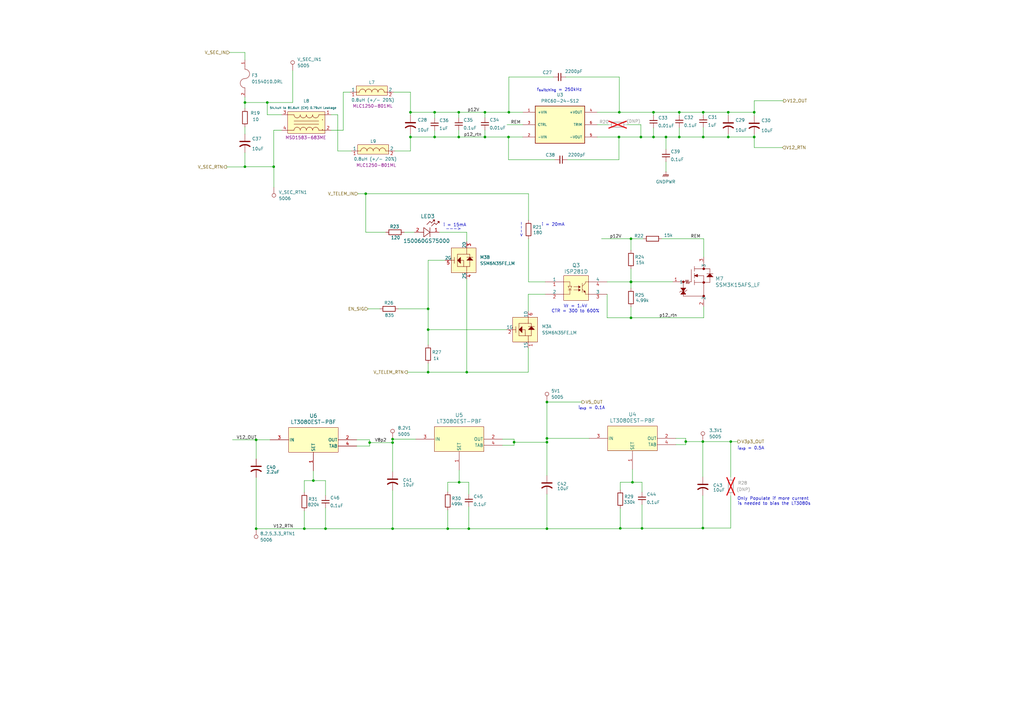
<source format=kicad_sch>
(kicad_sch (version 20250114) (generator "eeschema") (generator_version "9.0")
  (paper "A3")
  (lib_symbols
    (symbol "Analog_Devices:LT3080EST-PBF" (pin_names (offset 0.254))
      (property "Reference" "U" (at 10.16 16.51 0))
      (property "Value" "LT3080EST-PBF" (at 10.16 13.97 0))
      (symbol "LT3080EST-PBF_0_1"
        (pin power_in line (at -7.62 5.08 0) (length 7.62) (name "IN") (number "3"))
        (pin input line (at 10.16 -7.62 90) (length 7.62) (name "SET") (number "1"))
        (pin output line (at 27.94 5.08 180) (length 7.62) (name "OUT") (number "2"))
      )
      (symbol "LT3080EST-PBF_1_1"
        (pin output line (at 27.94 2.54 180) (length 7.62) (name "TAB") (number "4"))
      )
    )
    (symbol "CUI:PRC60-24-S12" (pin_names (offset 1.016))
      (property "Reference" "U" (at -10.16 8.382 0))
      (property "Value" "PRC60-24-S12" (at -10.16 -10.16 0))
      (symbol "PRC60-24-S12_0_0"
        (pin input line (at -15.24 5.08 0) (length 5.08) (name "+VIN") (number "1"))
        (pin input line (at -15.24 0 0) (length 5.08) (name "CTRL") (number "3"))
        (pin input line (at -15.24 -5.08 0) (length 5.08) (name "-VIN") (number "2"))
        (pin output line (at 15.24 5.08 180) (length 5.08) (name "+VOUT") (number "4"))
        (pin passive line (at 15.24 0 180) (length 5.08) (name "TRIM") (number "6"))
        (pin output line (at 15.24 -5.08 180) (length 5.08) (name "-VOUT") (number "5"))
      )
    )
    (symbol "CoilCraft:MLC7542" (pin_names (offset 0))
      (property "Reference" "L" (at 5.334 3.81 0))
      (symbol "MLC7542_1_1"
        (pin bidirectional line (at -2.54 0 0) (length 2.54) (name "1") (number "1"))
        (pin bidirectional line (at 15.24 0 180) (length 2.54) (name "2") (number "2"))
      )
    )
    (symbol "CoilCraft:MSD1583-105"
      (property "Reference" "L" (at -3.81 -2.54 0))
      (property "Value" "900uH to 1mH (CM) 2uH Leakage" (at 20.32 8.89 0))
      (symbol "MSD1583-105_1_1"
        (text "." (at 16.764 6.096 0) (effects (font (size 1.27 1.27))))
        (text "." (at 16.764 2.032 0) (effects (font (size 1.27 1.27))))
        (pin input line (at 0 7.62 0) (length 2.54) (name "") (number "3"))
        (pin input line (at 0 1.27 0) (length 2.54) (name "") (number "4"))
        (pin input line (at 20.32 7.62 180) (length 2.54) (name "") (number "1"))
        (pin input line (at 20.32 1.27 180) (length 2.54) (name "") (number "2"))
      )
    )
    (symbol "ISOCOM:ISP281D" (pin_names (offset 0))
      (property "Reference" "Q" (at 8.89 7.366 0))
      (property "Value" "ISP281D" (at 12.446 4.572 0))
      (symbol "ISP281D_0_1"
        (pin unspecified line (at 0 0 0) (length 7.62) (name "1") (number "1"))
        (pin unspecified line (at 0 -5.08 0) (length 7.62) (name "2") (number "2"))
        (pin unspecified line (at 25.4 0 180) (length 7.62) (name "4") (number "4"))
        (pin unspecified line (at 25.4 -5.08 180) (length 7.62) (name "3") (number "3"))
      )
    )
    (symbol "Little_Fuse:0154010.DRL" (pin_names (offset 1.016))
      (property "Reference" "F" (at -2.54 5.08 0))
      (property "Value" "0154010.DRL" (at -2.54 -5.08 0))
      (symbol "0154010.DRL_0_0"
        (pin passive line (at -7.62 0 0) (length 2.54) (name "~") (number "1"))
        (pin passive line (at 7.62 0 180) (length 2.54) (name "~") (number "2"))
      )
    )
    (symbol "Passive_Parts:C" (pin_numbers (hide yes)) (pin_names (offset 0) (hide yes))
      (property "Reference" "C" (at 2.54 5.08 0))
      (symbol "C_1_1"
        (pin passive line (at 0 2.54 0) (length 2.032) (name "~") (number "1"))
        (pin passive line (at 5.08 2.54 180) (length 2.032) (name "~") (number "2"))
      )
    )
    (symbol "Passive_Parts:C_Tantalum" (pin_numbers (hide yes)) (pin_names (offset 0) (hide yes))
      (property "Reference" "C" (at 0 0 0))
      (symbol "C_Tantalum_1_1"
        (pin passive line (at 1.27 2.54 0) (length 2.794) (name "~") (number "1"))
        (pin passive line (at 8.89 2.54 180) (length 3.302) (name "~") (number "2"))
      )
    )
    (symbol "Passive_Parts:R" (pin_numbers (hide yes)) (pin_names (offset 0) (hide yes))
      (property "Reference" "R" (at 2.54 5.08 0))
      (symbol "R_1_1"
        (pin passive line (at -1.27 2.54 0) (length 1.27) (name "~") (number "1"))
        (pin passive line (at 6.35 2.54 180) (length 1.27) (name "~") (number "2"))
      )
    )
    (symbol "Passive_Parts:TP" (pin_numbers (hide yes)) (pin_names (hide yes))
      (property "Reference" "TP" (at 2.286 3.302 0))
      (symbol "TP_1_1"
        (pin passive line (at 0 0 90) (length 2.54) (name "1") (number "1"))
      )
    )
    (symbol "Toshiba_Semi:SSM3K15AFS_LF" (pin_names (offset 0.254))
      (property "Reference" "MOSFET" (at 0 0 0))
      (property "Value" "SSM3K15AFS_LF" (at 0 0 0))
      (symbol "SSM3K15AFS_LF_0_1"
        (pin unspecified line (at -2.54 -7.62 0) (length 2.54) (name "1") (number "1"))
        (pin unspecified line (at 10.16 2.54 270) (length 2.54) (name "3") (number "3"))
        (pin unspecified line (at 10.16 -17.78 90) (length 2.54) (name "2") (number "2"))
      )
    )
    (symbol "Toshiba_Semi:SSM6N35FE_LM_" (pin_names (offset 0))
      (property "Reference" "M" (at 1.27 11.938 0))
      (property "Value" "SSM6N35FE,LM" (at 0 0 0))
      (symbol "SSM6N35FE_LM__1_1"
        (pin input line (at -2.54 5.08 0) (length 2.54) (name "1G") (number "2"))
        (pin bidirectional line (at 6.35 12.7 270) (length 2.54) (name "1D") (number "6"))
        (pin bidirectional line (at 6.35 -2.54 90) (length 2.54) (name "1S") (number "1"))
      )
      (symbol "SSM6N35FE_LM__2_1"
        (pin bidirectional line (at -2.54 5.08 0) (length 2.54) (name "2G") (number "5"))
        (pin bidirectional line (at 6.35 12.7 270) (length 2.54) (name "2D") (number "3"))
        (pin bidirectional line (at 6.35 -2.54 90) (length 2.54) (name "2S") (number "4"))
      )
    )
    (symbol "Wurth_Elektronik:150060AS75000" (pin_names (offset 0.254))
      (property "Reference" "LED" (at 5.08 -4.445 0))
      (property "Value" "150060AS75000" (at 5.08 -7.62 0))
      (symbol "150060AS75000_0_1"
        (pin unspecified line (at 0 0 0) (length 2.54) (name "") (number "2"))
        (pin unspecified line (at 10.16 0 180) (length 2.54) (name "") (number "1"))
      )
    )
    (symbol "power:GNDPWR" (power) (pin_numbers (hide yes)) (pin_names (offset 0) (hide yes))
      (property "Value" "GNDPWR" (at 0 -3.302 0))
      (symbol "GNDPWR_1_1"
        (pin power_in line (at 0 0 270) (length 0) (name "~") (number "1"))
      )
    )
  )
  (text "i = 20mA" (at 226.8623 92.2116 0) (effects (font (size 1.27 1.27))))
  (text "<---" (at 213.7656 94.2147 90) (effects (font (size 1.27 1.27))))
  (text "V_{F} = 1.4V\nCTR = 300 to 600%" (at 236.03 126.6484 0) (effects (font (size 1.27 1.27))))
  (text "Only Populate if more current \nis needed to bias the LT3080s" (at 317.5269 205.6038 0) (effects (font (size 1.27 1.27))))
  (text "i = 15mA" (at 186.5192 92.3914 0) (effects (font (size 1.27 1.27))))
  (text "f_{switching} = 250kHz" (at 229.4425 36.9053 0) (effects (font (size 1.27 1.27))))
  (text "i_{exp} = 0.1A" (at 242.6571 167.3873 0) (effects (font (size 1.27 1.27))))
  (text "i_{exp} = 0.5A" (at 307.9804 183.8995 0) (effects (font (size 1.27 1.27))))
  (text "--->" (at 185.9542 93.9322 0) (effects (font (size 1.27 1.27))))
  (junction (at 198.8986 46.0391))
  (junction (at 100.4615 42.0452))
  (junction (at 288.2765 181.1089))
  (junction (at 288.4187 56.1991))
  (junction (at 133.5071 216.8321))
  (junction (at 188.1644 46.0391))
  (junction (at 124.8273 216.8321))
  (junction (at 100.4615 68.3744))
  (junction (at 178.252 56.1991))
  (junction (at 262.8649 56.1991))
  (junction (at 258.7913 115.5943))
  (junction (at 299.7284 181.1089))
  (junction (at 105.0514 216.8321))
  (junction (at 210.8454 181.36))
  (junction (at 263.319 216.7037))
  (junction (at 168.3527 56.1991))
  (junction (at 258.7913 115.6206))
  (junction (at 191.4402 152.6386))
  (junction (at 288.4187 46.0391))
  (junction (at 281.2682 181.1089))
  (junction (at 161.0155 181.5227))
  (junction (at 224.325 216.8321))
  (junction (at 175.5896 135.1898))
  (junction (at 208.5648 56.1991))
  (junction (at 258.7913 130.3566))
  (junction (at 254.0182 46.0391))
  (junction (at 298.7007 46.0391))
  (junction (at 192.2907 216.8321))
  (junction (at 253.8641 56.1991))
  (junction (at 278.609 56.1991))
  (junction (at 309.3322 56.1991))
  (junction (at 224.325 179.8132))
  (junction (at 268.0289 56.1991))
  (junction (at 161.0155 216.8321))
  (junction (at 105.0514 180.406))
  (junction (at 198.8986 56.1991))
  (junction (at 151.5933 181.5227))
  (junction (at 208.7189 46.0391))
  (junction (at 183.6343 216.8321))
  (junction (at 268.0289 46.0391))
  (junction (at 168.3527 46.0391))
  (junction (at 309.3322 46.0391))
  (junction (at 278.609 46.0391))
  (junction (at 128.5269 197.1099))
  (junction (at 178.252 46.0391))
  (junction (at 188.1644 56.1991))
  (junction (at 175.5896 152.6386))
  (junction (at 161.0155 180.1086))
  (junction (at 175.5896 126.6816))
  (junction (at 273.1502 56.1991))
  (junction (at 259.4064 197.8033))
  (junction (at 109.622 42.0452))
  (junction (at 254.4058 216.7037))
  (junction (at 150.0024 79.4392))
  (junction (at 224.325 164.8921))
  (junction (at 298.7007 56.1991))
  (junction (at 188.3117 197.8033))
  (junction (at 112.2486 68.3744))
  (junction (at 288.2765 216.582))
  (junction (at 224.325 181.36))
  (junction (at 258.7913 97.9186))
  (wire (pts (xy 254.4058 200.8989) (xy 254.4058 197.8033)))
  (wire (pts (xy 198.8986 56.1991) (xy 208.5648 56.1991)))
  (wire (pts (xy 273.1502 61.2643) (xy 273.1502 56.1991)))
  (wire (pts (xy 281.2682 181.1089) (xy 288.2765 181.1089)))
  (wire (pts (xy 208.7189 46.0391) (xy 198.8986 46.0391)))
  (wire (pts (xy 175.5896 149.0551) (xy 175.5896 152.6386)))
  (wire (pts (xy 278.609 52.3731) (xy 278.609 56.1991)))
  (wire (pts (xy 288.2765 216.7037) (xy 263.319 216.7037)))
  (wire (pts (xy 262.8649 56.1991) (xy 253.8641 56.1991)))
  (wire (pts (xy 100.4615 42.0452) (xy 100.4615 39.8368)))
  (wire (pts (xy 244.9179 46.0391) (xy 254.0182 46.0391)))
  (wire (pts (xy 227.5982 65.4847) (xy 208.5648 65.4847)))
  (wire (pts (xy 278.609 46.0391) (xy 288.4187 46.0391)))
  (wire (pts (xy 309.3322 56.1991) (xy 309.3322 55.1371)))
  (wire (pts (xy 138.5448 61.9278) (xy 144.1669 61.9278)))
  (wire (pts (xy 258.7913 115.5943) (xy 258.7913 115.6206)))
  (wire (pts (xy 100.4615 68.3744) (xy 100.4615 68.4685)))
  (wire (pts (xy 232.0619 31.5895) (xy 254.0182 31.5895)))
  (wire (pts (xy 298.7007 56.1991) (xy 309.3322 56.1991)))
  (wire (pts (xy 288.2765 181.1089) (xy 288.2765 195.6298)))
  (wire (pts (xy 254.4058 216.7037) (xy 254.4058 208.5189)))
  (wire (pts (xy 249.0003 120.7006) (xy 249.0003 130.3566)))
  (wire (pts (xy 191.4402 114.3981) (xy 191.4402 152.6386)))
  (wire (pts (xy 100.4615 44.4404) (xy 100.4615 42.0452)))
  (wire (pts (xy 105.0514 216.8321) (xy 124.8273 216.8321)))
  (wire (pts (xy 198.8986 53.349) (xy 198.8986 56.1991)))
  (wire (pts (xy 175.5896 135.1898) (xy 175.5896 126.6816)))
  (wire (pts (xy 124.8273 209.5437) (xy 124.8273 216.8321)))
  (wire (pts (xy 135.8258 47.0918) (xy 138.5448 47.0918)))
  (wire (pts (xy 206.0917 180.1086) (xy 210.8454 180.1086)))
  (wire (pts (xy 224.325 216.8321) (xy 224.325 202.6534)))
  (wire (pts (xy 170.5317 180.1086) (xy 161.0155 180.1086)))
  (wire (pts (xy 161.0155 181.5227) (xy 161.0155 193.4926)))
  (wire (pts (xy 100.4615 54.9764) (xy 100.4615 52.0604)))
  (wire (pts (xy 254.0182 46.0391) (xy 268.0289 46.0391)))
  (wire (pts (xy 192.2907 202.7384) (xy 192.2907 197.8033)))
  (wire (pts (xy 183.6343 216.8321) (xy 183.6343 209.2751)))
  (wire (pts (xy 161.9469 61.9278) (xy 168.3527 61.9278)))
  (wire (pts (xy 120.036 28.9336) (xy 120.036 42.0452)))
  (wire (pts (xy 263.319 197.8033) (xy 259.4064 197.8033)))
  (wire (pts (xy 263.319 201.8653) (xy 263.319 197.8033)))
  (wire (pts (xy 288.4187 46.0391) (xy 288.4187 47.139)))
  (wire (pts (xy 258.7913 115.5943) (xy 275.9387 115.5943)))
  (wire (pts (xy 254.4058 216.8321) (xy 254.4058 216.7037)))
  (wire (pts (xy 216.6687 120.7006) (xy 216.6687 127.5698)))
  (wire (pts (xy 263.319 206.9453) (xy 263.319 216.7037)))
  (wire (pts (xy 180.1499 95.259) (xy 191.4402 95.259)))
  (wire (pts (xy 253.8641 65.4847) (xy 253.8641 56.1991)))
  (wire (pts (xy 224.325 164.8921) (xy 238.646 164.8921)))
  (wire (pts (xy 258.7913 130.3566) (xy 288.6387 130.3566)))
  (wire (pts (xy 223.6003 120.7006) (xy 216.6687 120.7006)))
  (wire (pts (xy 258.7913 97.9186) (xy 258.7913 102.6332)))
  (wire (pts (xy 254.4058 197.8033) (xy 259.4064 197.8033)))
  (wire (pts (xy 268.0289 56.1991) (xy 273.1502 56.1991)))
  (wire (pts (xy 168.3527 47.2763) (xy 168.3527 46.0391)))
  (wire (pts (xy 178.252 56.1991) (xy 188.1644 56.1991)))
  (wire (pts (xy 278.609 47.2931) (xy 278.609 46.0391)))
  (wire (pts (xy 178.252 46.0391) (xy 188.1644 46.0391)))
  (wire (pts (xy 216.7678 79.4392) (xy 216.7678 90.3457)))
  (wire (pts (xy 183.6343 197.8033) (xy 188.3117 197.8033)))
  (wire (pts (xy 128.5269 193.106) (xy 128.5269 197.1099)))
  (wire (pts (xy 128.5269 197.1099) (xy 124.8273 197.1099)))
  (wire (pts (xy 216.6687 152.6386) (xy 191.4402 152.6386)))
  (wire (pts (xy 208.5648 56.1991) (xy 214.4379 56.1991)))
  (wire (pts (xy 146.3069 180.406) (xy 151.5933 180.406)))
  (wire (pts (xy 124.8273 216.8321) (xy 133.5071 216.8321)))
  (wire (pts (xy 241.6264 179.8132) (xy 224.325 179.8132)))
  (wire (pts (xy 133.5071 203.2264) (xy 133.5071 197.1099)))
  (wire (pts (xy 254.0182 31.5895) (xy 254.0182 46.0391)))
  (wire (pts (xy 210.8454 181.36) (xy 210.8454 182.6486)))
  (wire (pts (xy 161.3819 37.7887) (xy 168.3527 37.7887)))
  (wire (pts (xy 262.8649 51.1191) (xy 262.8649 56.1991)))
  (wire (pts (xy 288.6387 130.3566) (xy 288.6387 125.7543)))
  (wire (pts (xy 309.3322 60.5179) (xy 309.3322 56.1991)))
  (wire (pts (xy 178.252 53.5544) (xy 178.252 56.1991)))
  (wire (pts (xy 192.2907 216.8321) (xy 224.325 216.8321)))
  (wire (pts (xy 258.7913 115.6206) (xy 249.0003 115.6206)))
  (wire (pts (xy 224.325 179.8132) (xy 224.325 164.8921)))
  (wire (pts (xy 133.5071 197.1099) (xy 128.5269 197.1099)))
  (wire (pts (xy 115.5058 53.4418) (xy 112.2486 53.4418)))
  (wire (pts (xy 259.4064 197.8033) (xy 259.4064 192.5132)))
  (wire (pts (xy 161.0155 180.1086) (xy 161.0155 181.5227)))
  (wire (pts (xy 208.5648 65.4847) (xy 208.5648 56.1991)))
  (wire (pts (xy 288.4187 52.219) (xy 288.4187 56.1991)))
  (wire (pts (xy 226.9819 31.5895) (xy 208.7189 31.5895)))
  (wire (pts (xy 109.622 42.0452) (xy 100.4615 42.0452)))
  (wire (pts (xy 133.5071 216.8321) (xy 161.0155 216.8321)))
  (wire (pts (xy 298.7007 46.0391) (xy 309.3322 46.0391)))
  (wire (pts (xy 175.5896 135.1898) (xy 207.7787 135.1898)))
  (wire (pts (xy 151.5933 181.5227) (xy 161.0155 181.5227)))
  (wire (pts (xy 151.5933 180.406) (xy 151.5933 181.5227)))
  (wire (pts (xy 258.7913 125.8557) (xy 258.7913 130.3566)))
  (wire (pts (xy 309.3322 41.3094) (xy 309.3322 46.0391)))
  (wire (pts (xy 210.8454 181.36) (xy 224.325 181.36)))
  (wire (pts (xy 232.6782 65.4847) (xy 253.8641 65.4847)))
  (wire (pts (xy 168.3527 54.8963) (xy 168.3527 56.1991)))
  (wire (pts (xy 268.0289 52.4758) (xy 268.0289 56.1991)))
  (wire (pts (xy 100.4615 21.527) (xy 100.4615 24.5968)))
  (wire (pts (xy 320.8993 60.5179) (xy 309.3322 60.5179)))
  (wire (pts (xy 299.7284 216.582) (xy 288.2765 216.582)))
  (wire (pts (xy 178.252 48.4744) (xy 178.252 46.0391)))
  (wire (pts (xy 288.2765 203.2498) (xy 288.2765 216.582)))
  (wire (pts (xy 288.2765 181.1089) (xy 299.7284 181.1089)))
  (wire (pts (xy 183.6343 216.8321) (xy 192.2907 216.8321)))
  (wire (pts (xy 281.2682 181.1089) (xy 281.2682 182.3532)))
  (wire (pts (xy 224.325 181.36) (xy 224.325 195.0334)))
  (wire (pts (xy 183.6343 201.6551) (xy 183.6343 197.8033)))
  (wire (pts (xy 299.7284 203.2868) (xy 299.7284 216.582)))
  (wire (pts (xy 288.4187 46.0391) (xy 298.7007 46.0391)))
  (wire (pts (xy 273.1502 66.3443) (xy 273.1502 70.423)))
  (wire (pts (xy 263.8046 97.9186) (xy 258.7913 97.9186)))
  (wire (pts (xy 161.0155 216.8321) (xy 183.6343 216.8321)))
  (wire (pts (xy 112.2486 68.3744) (xy 100.4615 68.3744)))
  (wire (pts (xy 115.5058 47.0918) (xy 109.622 47.0918)))
  (wire (pts (xy 135.8258 53.4418) (xy 140.8046 53.4418)))
  (wire (pts (xy 273.1502 56.1991) (xy 278.609 56.1991)))
  (wire (pts (xy 216.7678 97.9657) (xy 216.7678 115.6206)))
  (wire (pts (xy 208.7189 31.5895) (xy 208.7189 46.0391)))
  (wire (pts (xy 140.8046 37.7887) (xy 143.6019 37.7887)))
  (wire (pts (xy 321.3101 41.3094) (xy 309.3322 41.3094)))
  (wire (pts (xy 182.5502 106.7781) (xy 175.5896 106.7781)))
  (wire (pts (xy 253.8641 56.1991) (xy 244.9179 56.1991)))
  (wire (pts (xy 161.0155 201.1126) (xy 161.0155 216.8321)))
  (wire (pts (xy 188.1644 53.4003) (xy 188.1644 56.1991)))
  (wire (pts (xy 309.3322 46.0391) (xy 309.3322 47.5171)))
  (wire (pts (xy 192.2907 207.8184) (xy 192.2907 216.8321)))
  (wire (pts (xy 192.2907 197.8033) (xy 188.3117 197.8033)))
  (wire (pts (xy 214.4379 51.1191) (xy 207.9398 51.1191)))
  (wire (pts (xy 168.3527 37.7887) (xy 168.3527 46.0391)))
  (wire (pts (xy 112.345 76.8266) (xy 112.345 68.3744)))
  (wire (pts (xy 281.2682 179.8132) (xy 281.2682 181.1089)))
  (wire (pts (xy 92.963 68.4685) (xy 100.4615 68.4685)))
  (wire (pts (xy 244.9179 51.1191) (xy 249.5114 51.1191)))
  (wire (pts (xy 188.1644 46.0391) (xy 198.8986 46.0391)))
  (wire (pts (xy 263.319 216.7037) (xy 254.4058 216.7037)))
  (wire (pts (xy 188.1644 56.1991) (xy 198.8986 56.1991)))
  (wire (pts (xy 163.3785 126.6816) (xy 175.5896 126.6816)))
  (wire (pts (xy 175.5896 135.1898) (xy 175.5896 141.4351)))
  (wire (pts (xy 224.325 216.8321) (xy 254.4058 216.8321)))
  (wire (pts (xy 168.3527 56.1991) (xy 178.252 56.1991)))
  (wire (pts (xy 258.7913 97.9186) (xy 246.6872 97.9186)))
  (wire (pts (xy 216.7678 115.6206) (xy 223.6003 115.6206)))
  (wire (pts (xy 198.8986 46.0391) (xy 198.8986 48.269)))
  (wire (pts (xy 268.0289 56.1991) (xy 262.8649 56.1991)))
  (wire (pts (xy 124.8273 197.1099) (xy 124.8273 201.9237)))
  (wire (pts (xy 169.9899 95.259) (xy 165.8212 95.259)))
  (wire (pts (xy 268.0289 47.3958) (xy 268.0289 46.0391)))
  (wire (pts (xy 168.3527 61.9278) (xy 168.3527 56.1991)))
  (wire (pts (xy 299.7284 195.6668) (xy 299.7284 181.1089)))
  (wire (pts (xy 277.1864 179.8132) (xy 281.2682 179.8132)))
  (wire (pts (xy 191.4402 95.259) (xy 191.4402 99.1581)))
  (wire (pts (xy 288.4187 56.1991) (xy 298.7007 56.1991)))
  (wire (pts (xy 258.7913 115.6206) (xy 258.7913 118.2357)))
  (wire (pts (xy 100.4615 62.5964) (xy 100.4615 68.3744)))
  (wire (pts (xy 191.4402 152.6386) (xy 175.5896 152.6386)))
  (wire (pts (xy 105.0514 195.847) (xy 105.0514 216.8321)))
  (wire (pts (xy 105.0514 188.227) (xy 105.0514 180.406)))
  (wire (pts (xy 210.8454 182.6486) (xy 206.0917 182.6486)))
  (wire (pts (xy 140.8046 53.4418) (xy 140.8046 37.7887)))
  (wire (pts (xy 249.0003 130.3566) (xy 258.7913 130.3566)))
  (wire (pts (xy 214.4379 46.0391) (xy 208.7189 46.0391)))
  (wire (pts (xy 288.4187 56.1991) (xy 278.609 56.1991)))
  (wire (pts (xy 95.3383 180.406) (xy 105.0514 180.406)))
  (wire (pts (xy 224.325 179.8132) (xy 224.325 181.36)))
  (wire (pts (xy 168.3527 46.0391) (xy 178.252 46.0391)))
  (wire (pts (xy 268.0289 46.0391) (xy 278.609 46.0391)))
  (wire (pts (xy 112.345 68.3744) (xy 112.2486 68.3744)))
  (wire (pts (xy 210.8454 180.1086) (xy 210.8454 181.36)))
  (wire (pts (xy 155.7585 126.6816) (xy 150.9135 126.6816)))
  (wire (pts (xy 109.622 47.0918) (xy 109.622 42.0452)))
  (wire (pts (xy 133.5071 216.8321) (xy 133.5071 208.3064)))
  (wire (pts (xy 112.2486 53.4418) (xy 112.2486 68.3744)))
  (wire (pts (xy 298.7007 46.0391) (xy 298.7007 47.363)))
  (wire (pts (xy 258.7913 110.2532) (xy 258.7913 115.5943)))
  (wire (pts (xy 288.2765 216.582) (xy 288.2765 216.7037)))
  (wire (pts (xy 167.1129 152.6386) (xy 175.5896 152.6386)))
  (wire (pts (xy 175.5896 106.7781) (xy 175.5896 126.6816)))
  (wire (pts (xy 188.3117 197.8033) (xy 188.3117 192.8086)))
  (wire (pts (xy 257.1314 51.1191) (xy 262.8649 51.1191)))
  (wire (pts (xy 105.0514 180.406) (xy 110.7469 180.406)))
  (wire (pts (xy 138.5448 47.0918) (xy 138.5448 61.9278)))
  (wire (pts (xy 288.6387 105.4343) (xy 288.6387 97.9186)))
  (wire (pts (xy 299.7284 181.1089) (xy 302.5975 181.1089)))
  (wire (pts (xy 281.2682 182.3532) (xy 277.1864 182.3532)))
  (wire (pts (xy 216.6687 142.8098) (xy 216.6687 152.6386)))
  (wire (pts (xy 150.0024 79.4392) (xy 216.7678 79.4392)))
  (wire (pts (xy 150.0024 95.259) (xy 150.0024 79.4392)))
  (wire (pts (xy 146.8129 79.4392) (xy 150.0024 79.4392)))
  (wire (pts (xy 94.1627 21.527) (xy 100.4615 21.527)))
  (wire (pts (xy 120.036 42.0452) (xy 109.622 42.0452)))
  (wire (pts (xy 271.4246 97.9186) (xy 288.6387 97.9186)))
  (wire (pts (xy 188.1644 48.3203) (xy 188.1644 46.0391)))
  (wire (pts (xy 158.2012 95.259) (xy 150.0024 95.259)))
  (wire (pts (xy 298.7007 56.1991) (xy 298.7007 54.983)))
  (wire (pts (xy 151.5933 181.5227) (xy 151.5933 182.946)))
  (wire (pts (xy 151.5933 182.946) (xy 146.3069 182.946)))
  (label "V8p2" (at 153.6819 181.5227 0))
  (label "REM" (at 209.4806 51.1191 0))
  (label "p12_rtn" (at 190.213 56.1991 0))
  (label "p12V" (at 250.077 97.9186 0))
  (label "p12_rtn" (at 270.347 130.3566 0))
  (label "V12_OUT" (at 97.0046 180.406 0))
  (label "REM" (at 283.2502 97.9186 0))
  (label "p12V" (at 191.7538 46.0391 0))
  (label "V12_RTN" (at 112.0805 216.8321 0))
  (hierarchical_label "V_SEC_RTN" (shape output) (at 92.963 68.4685 180))
  (hierarchical_label "EN_SIG" (shape input) (at 150.9135 126.6816 180))
  (hierarchical_label "V3p3_OUT" (shape output) (at 302.5975 181.1089 0))
  (hierarchical_label "V_SEC_IN" (shape input) (at 94.1627 21.527 180))
  (hierarchical_label "V_TELEM_IN" (shape input) (at 146.8129 79.4392 180))
  (hierarchical_label "V_TELEM_RTN" (shape output) (at 167.1129 152.6386 180))
  (hierarchical_label "V5_OUT" (shape output) (at 238.646 164.8921 0))
  (hierarchical_label "V12_OUT" (shape output) (at 321.3101 41.3094 0))
  (hierarchical_label "V12_RTN" (shape input) (at 320.8993 60.5179 0))
  (symbol (lib_id "Passive_Parts:C") (at 190.7044 53.4003 90) (unit 1)
    (property "Reference" "C35" (at 190.0881 49.2401 90) (effects (justify right)))
    (property "Value" "0.1uF" (at 190.0367 52.4758 90) (effects (justify right)))
    (property "Footprint" "Capacitor_SMD:C_0603_1608Metric" (effects (hide yes)))
    (property "Datasheet" "https://content.kemet.com/datasheets/KEM_C1002_X7R_SMD.pdf" (effects (hide yes)))
    (property "Description" "0.1 µF ±10% 25V Ceramic Capacitor X7R 0603 (1608 Metric)" (effects (hide yes)))
    (property "Manufacturer" "KEMET" (effects (hide yes)))
    (property "Man. Part Num" "C0603C104K3RACTU" (effects (hide yes)))
    (property "Distributor" "Digi-Key" (effects (hide yes)))
    (property "Dist. Part Num" "399-C0603C104K3RACTUCT-ND" (effects (hide yes)))
    (property "Package" "0603 (1608 Metric)" (effects (hide yes)))
    (property "Part Type" "SMD" (effects (hide yes)))
  )
  (symbol (lib_id "Analog_Devices:LT3080EST-PBF") (at 178.1517 185.1886 0) (unit 1)
    (property "Reference" "U5" (at 188.3117 170.2522 0) (effects (font (size 1.524 1.524))))
    (property "Value" "LT3080EST-PBF" (at 188.3117 172.7922 0) (effects (font (size 1.524 1.524))))
    (property "Footprint" "Analog_Devices:SOT-3_ST_LIT" (effects (hide yes)))
    (property "Datasheet" "https://www.analog.com/media/en/technical-documentation/data-sheets/lt3080.pdf" (effects (hide yes)))
    (property "Description" "IC REG LIN POS ADJ 1.1A SOT223-3" (effects (hide yes)))
    (property "Manufacturer" "Analog Devices Inc." (effects (hide yes)))
    (property "Man. Part Num" "LT3080EST#PBF" (effects (hide yes)))
    (property "Distributor" "Digi-Key" (effects (hide yes)))
    (property "Dist. Part Num" "505-LT3080EST#PBF-ND" (effects (hide yes)))
    (property "Part Type" "SMD" (effects (hide yes)))
    (property "Package" "SOT223-3" (effects (hide yes)))
  )
  (symbol (lib_id "Passive_Parts:TP") (at 120.036 28.9336 0) (unit 1)
    (property "Reference" "V_SEC_IN1" (at 121.92 24.3615 0) (effects (justify left)))
    (property "Value" "5005" (at 121.92 26.9015 0) (effects (justify left)))
    (property "Footprint" "TestPoint:TestPoint_Keystone_5005-5009_Compact" (effects (hide yes)))
    (property "Datasheet" "https://www.keyelco.com/userAssets/file/M65p56.pdf" (effects (hide yes)))
    (property "Description" "Red PC Test Point, Compact Phosphor Bronze Silver Plating Through Hole Mounting Type" (effects (hide yes)))
    (property "Manufacturer" "Keystone Electronics" (effects (hide yes)))
    (property "Man. Part Num" "5005" (effects (hide yes)))
    (property "Distributor" "Digi-Key" (effects (hide yes)))
    (property "Dist. Part Num" "36-5005-ND" (effects (hide yes)))
    (property "Part Type" "Through Hole" (effects (hide yes)))
    (property "Package" "Compact Keystone TP" (effects (hide yes)))
  )
  (symbol (lib_id "Passive_Parts:C_Tantalum") (at 306.7922 46.2471 270) (unit 1)
    (property "Reference" "C30" (at 312.2364 49.4314 90) (effects (justify left)))
    (property "Value" "10uF" (at 312.185 53.5402 90) (effects (justify left)))
    (property "Footprint" "Capacitor_Tantalum_SMD:CP_EIA-3216-12_Kemet-S" (effects (hide yes)))
    (property "Datasheet" "https://content.kemet.com/datasheets/KEM_T2005_T491.pdf" (effects (hide yes)))
    (property "Description" "10 µF Molded Tantalum Capacitors 20 V 1206 (3216 Metric) 5Ohm" (effects (hide yes)))
    (property "Manufacturer" "KEMET" (effects (hide yes)))
    (property "Man. Part Num" "T491A106K020AT" (effects (hide yes)))
    (property "Distributor" "Digi-Key" (effects (hide yes)))
    (property "Dist. Part Num" "399-18019-1-ND" (effects (hide yes)))
    (property "Part Type" "SMD" (effects (hide yes)))
    (property "Package" "1206 (3216 Metric)" (effects (hide yes)))
  )
  (symbol (lib_id "Passive_Parts:C_Tantalum") (at 97.9215 53.7064 270) (unit 1)
    (property "Reference" "C37" (at 103.3657 56.8907 90) (effects (justify left)))
    (property "Value" "10uF" (at 103.3143 60.9995 90) (effects (justify left)))
    (property "Footprint" "Capacitor_Tantalum_SMD:CP_EIA-3216-12_Kemet-S" (effects (hide yes)))
    (property "Datasheet" "https://content.kemet.com/datasheets/KEM_T2005_T491.pdf" (effects (hide yes)))
    (property "Description" "10 µF Molded Tantalum Capacitors 20 V 1206 (3216 Metric) 5Ohm" (effects (hide yes)))
    (property "Manufacturer" "KEMET" (effects (hide yes)))
    (property "Man. Part Num" "T491A106K020AT" (effects (hide yes)))
    (property "Distributor" "Digi-Key" (effects (hide yes)))
    (property "Dist. Part Num" "399-18019-1-ND" (effects (hide yes)))
    (property "Part Type" "SMD" (effects (hide yes)))
    (property "Package" "1206 (3216 Metric)" (effects (hide yes)))
  )
  (symbol (lib_id "Passive_Parts:C") (at 275.6902 66.3443 90) (unit 1)
    (property "Reference" "C39" (at 275.0739 62.1841 90) (effects (justify right)))
    (property "Value" "0.1uF" (at 275.0225 65.4198 90) (effects (justify right)))
    (property "Footprint" "Capacitor_SMD:C_0603_1608Metric" (effects (hide yes)))
    (property "Datasheet" "https://content.kemet.com/datasheets/KEM_C1002_X7R_SMD.pdf" (effects (hide yes)))
    (property "Description" "0.1 µF ±10% 25V Ceramic Capacitor X7R 0603 (1608 Metric)" (effects (hide yes)))
    (property "Manufacturer" "KEMET" (effects (hide yes)))
    (property "Man. Part Num" "C0603C104K3RACTU" (effects (hide yes)))
    (property "Distributor" "Digi-Key" (effects (hide yes)))
    (property "Dist. Part Num" "399-C0603C104K3RACTUCT-ND" (effects (hide yes)))
    (property "Package" "0603 (1608 Metric)" (effects (hide yes)))
    (property "Part Type" "SMD" (effects (hide yes)))
  )
  (symbol (lib_id "CoilCraft:MLC7542") (at 146.7069 61.9278 0) (unit 1)
    (property "Reference" "L9" (at 153.0755 57.9731 0))
    (property "Value" "0.8uH (+/- 20%)" (at 153.9271 65.2157 0))
    (property "Footprint" "CoilCraft:MLC1260" (effects (hide yes)))
    (property "Datasheet" "https://www.coilcraft.com/getmedia/052845f0-6909-42f5-b57d-543d9924763c/mlc.pdf" (effects (hide yes)))
    (property "Description" "Shielded Power Inductors MLC12xx/15xx" (effects (hide yes)))
    (property "Manufacturer" "Coil Craft" (effects (hide yes)))
    (property "Man. Part Num" "MLC1250-801ML" (at 154.3123 67.7581 0))
    (property "Distributor" "Coil Craft" (effects (hide yes)))
    (property "Dist. Part Num" "MLC1250-801ML" (effects (hide yes)))
    (property "Package" "-" (effects (hide yes)))
    (property "Notes" "-" (effects (hide yes)))
    (property "Part Type" "SMD" (effects (hide yes)))
  )
  (symbol (lib_id "Passive_Parts:C_Tantalum") (at 165.8127 46.0063 270) (unit 1)
    (property "Reference" "C28" (at 171.2569 49.1906 90) (effects (justify left)))
    (property "Value" "10uF" (at 171.2055 53.2994 90) (effects (justify left)))
    (property "Footprint" "Capacitor_Tantalum_SMD:CP_EIA-3216-12_Kemet-S" (effects (hide yes)))
    (property "Datasheet" "https://content.kemet.com/datasheets/KEM_T2005_T491.pdf" (effects (hide yes)))
    (property "Description" "10 µF Molded Tantalum Capacitors 20 V 1206 (3216 Metric) 5Ohm" (effects (hide yes)))
    (property "Manufacturer" "KEMET" (effects (hide yes)))
    (property "Man. Part Num" "T491A106K020AT" (effects (hide yes)))
    (property "Distributor" "Digi-Key" (effects (hide yes)))
    (property "Dist. Part Num" "399-18019-1-ND" (effects (hide yes)))
    (property "Part Type" "SMD" (effects (hide yes)))
    (property "Package" "1206 (3216 Metric)" (effects (hide yes)))
  )
  (symbol (lib_id "Analog_Devices:LT3080EST-PBF") (at 249.2464 184.8932 0) (unit 1)
    (property "Reference" "U4" (at 259.4064 169.9568 0) (effects (font (size 1.524 1.524))))
    (property "Value" "LT3080EST-PBF" (at 259.4064 172.4968 0) (effects (font (size 1.524 1.524))))
    (property "Footprint" "Analog_Devices:SOT-3_ST_LIT" (effects (hide yes)))
    (property "Datasheet" "https://www.analog.com/media/en/technical-documentation/data-sheets/lt3080.pdf" (effects (hide yes)))
    (property "Description" "IC REG LIN POS ADJ 1.1A SOT223-3" (effects (hide yes)))
    (property "Manufacturer" "Analog Devices Inc." (effects (hide yes)))
    (property "Man. Part Num" "LT3080EST#PBF" (effects (hide yes)))
    (property "Distributor" "Digi-Key" (effects (hide yes)))
    (property "Dist. Part Num" "505-LT3080EST#PBF-ND" (effects (hide yes)))
    (property "Part Type" "SMD" (effects (hide yes)))
    (property "Package" "SOT223-3" (effects (hide yes)))
  )
  (symbol (lib_id "Passive_Parts:R") (at 256.2513 103.9032 270) (unit 1)
    (property "Reference" "R24" (at 262.3374 105.444 90))
    (property "Value" "15k" (at 262.5685 107.6781 90))
    (property "Footprint" "Resistor_SMD:R_0603_1608Metric" (effects (hide yes)))
    (property "Datasheet" "https://industrial.panasonic.com/cdbs/www-data/pdf/RDM0000/AOA0000C307.pdf" (effects (hide yes)))
    (property "Description" "15 kOhms ±0.5% 0.1W, 1/10W Chip Resistor 0603 (1608 Metric) Automotive AEC-Q200 Thin Film" (effects (hide yes)))
    (property "Manufacturer" "Panasonic Electronic Components" (effects (hide yes)))
    (property "Man. Part Num" "ERA-3AED153V" (effects (hide yes)))
    (property "Distributor" "Digi-Key" (effects (hide yes)))
    (property "Dist. Part Num" "P15KBLCT-ND" (effects (hide yes)))
    (property "Part Type" "SMD" (effects (hide yes)))
    (property "Package" "0603 (1608 Metric)" (effects (hide yes)))
  )
  (symbol (lib_id "Passive_Parts:C") (at 281.149 52.3731 90) (unit 1)
    (property "Reference" "C32" (at 280.5327 48.2129 90) (effects (justify right)))
    (property "Value" "0.1uF" (at 280.4813 51.4486 90) (effects (justify right)))
    (property "Footprint" "Capacitor_SMD:C_0603_1608Metric" (effects (hide yes)))
    (property "Datasheet" "https://content.kemet.com/datasheets/KEM_C1002_X7R_SMD.pdf" (effects (hide yes)))
    (property "Description" "0.1 µF ±10% 25V Ceramic Capacitor X7R 0603 (1608 Metric)" (effects (hide yes)))
    (property "Manufacturer" "KEMET" (effects (hide yes)))
    (property "Man. Part Num" "C0603C104K3RACTU" (effects (hide yes)))
    (property "Distributor" "Digi-Key" (effects (hide yes)))
    (property "Dist. Part Num" "399-C0603C104K3RACTUCT-ND" (effects (hide yes)))
    (property "Package" "0603 (1608 Metric)" (effects (hide yes)))
    (property "Part Type" "SMD" (effects (hide yes)))
  )
  (symbol (lib_id "Analog_Devices:LT3080EST-PBF") (at 118.3669 185.486 0) (unit 1)
    (property "Reference" "U6" (at 128.5269 170.5496 0) (effects (font (size 1.524 1.524))))
    (property "Value" "LT3080EST-PBF" (at 128.5269 173.0896 0) (effects (font (size 1.524 1.524))))
    (property "Footprint" "Analog_Devices:SOT-3_ST_LIT" (effects (hide yes)))
    (property "Datasheet" "https://www.analog.com/media/en/technical-documentation/data-sheets/lt3080.pdf" (effects (hide yes)))
    (property "Description" "IC REG LIN POS ADJ 1.1A SOT223-3" (effects (hide yes)))
    (property "Manufacturer" "Analog Devices Inc." (effects (hide yes)))
    (property "Man. Part Num" "LT3080EST#PBF" (effects (hide yes)))
    (property "Distributor" "Digi-Key" (effects (hide yes)))
    (property "Dist. Part Num" "505-LT3080EST#PBF-ND" (effects (hide yes)))
    (property "Part Type" "SMD" (effects (hide yes)))
    (property "Package" "SOT223-3" (effects (hide yes)))
  )
  (symbol (lib_id "Passive_Parts:R") (at 297.1884 196.9368 270) (unit 1) (dnp yes)
    (property "Reference" "R28" (at 304.5842 198.0924 90))
    (property "Value" "(DNP)" (at 304.9309 200.7503 90))
    (property "Footprint" "Resistor_SMD:R_0603_1608Metric" (effects (hide yes)))
    (property "Distributor" "Digi-Key" (effects (hide yes)))
    (property "Part Type" "SMD" (effects (hide yes)))
  )
  (symbol (lib_id "Passive_Parts:C") (at 136.0471 208.3064 90) (unit 1)
    (property "Reference" "C46" (at 135.4308 204.1462 90) (effects (justify right)))
    (property "Value" "0.1uF" (at 135.3794 207.3819 90) (effects (justify right)))
    (property "Footprint" "Capacitor_SMD:C_0603_1608Metric" (effects (hide yes)))
    (property "Datasheet" "https://content.kemet.com/datasheets/KEM_C1002_X7R_SMD.pdf" (effects (hide yes)))
    (property "Description" "0.1 µF ±10% 25V Ceramic Capacitor X7R 0603 (1608 Metric)" (effects (hide yes)))
    (property "Manufacturer" "KEMET" (effects (hide yes)))
    (property "Man. Part Num" "C0603C104K3RACTU" (effects (hide yes)))
    (property "Distributor" "Digi-Key" (effects (hide yes)))
    (property "Dist. Part Num" "399-C0603C104K3RACTUCT-ND" (effects (hide yes)))
    (property "Package" "0603 (1608 Metric)" (effects (hide yes)))
    (property "Part Type" "SMD" (effects (hide yes)))
  )
  (symbol (lib_id "Passive_Parts:TP") (at 224.325 164.8921 0) (unit 1)
    (property "Reference" "5V1" (at 226.06 160.32 0) (effects (justify left)))
    (property "Value" "5005" (at 226.06 162.86 0) (effects (justify left)))
    (property "Footprint" "TestPoint:TestPoint_Keystone_5005-5009_Compact" (effects (hide yes)))
    (property "Datasheet" "https://www.keyelco.com/userAssets/file/M65p56.pdf" (effects (hide yes)))
    (property "Description" "Red PC Test Point, Compact Phosphor Bronze Silver Plating Through Hole Mounting Type" (effects (hide yes)))
    (property "Manufacturer" "Keystone Electronics" (effects (hide yes)))
    (property "Man. Part Num" "5005" (effects (hide yes)))
    (property "Distributor" "Digi-Key" (effects (hide yes)))
    (property "Dist. Part Num" "36-5005-ND" (effects (hide yes)))
    (property "Part Type" "Through Hole" (effects (hide yes)))
    (property "Package" "Compact Keystone TP" (effects (hide yes)))
  )
  (symbol (lib_id "Passive_Parts:C") (at 232.6782 62.9447 180) (unit 1)
    (property "Reference" "C38" (at 223.7416 63.561 0) (effects (justify right)))
    (property "Value" "2200pF" (at 232.9093 63.4839 0) (effects (justify right)))
    (property "Footprint" "Capacitor_SMD:C_0603_1608Metric" (effects (hide yes)))
    (property "Datasheet" "https://mm.digikey.com/Volume0/opasdata/d220001/medias/docus/3644/CL10B105KA8NNNC_spec.pdf" (effects (hide yes)))
    (property "Description" "1 µF ±10% 25V Ceramic Capacitor X7R 0603 (1608 Metric)" (effects (hide yes)))
    (property "Manufacturer" "Samsung Electro-Mechanics" (effects (hide yes)))
    (property "Man. Part Num" "CL10B105KA8NNNC" (effects (hide yes)))
    (property "Distributor" "Digi-Key" (effects (hide yes)))
    (property "Dist. Part Num" "1276-1184-1-ND" (effects (hide yes)))
    (property "Package" "0603 (1608 Metric)" (effects (hide yes)))
    (property "Part Type" "SMD" (effects (hide yes)))
  )
  (symbol (lib_id "Passive_Parts:C") (at 194.8307 207.8184 90) (unit 1)
    (property "Reference" "C45" (at 194.2144 203.6582 90) (effects (justify right)))
    (property "Value" "0.1uF" (at 194.163 206.8939 90) (effects (justify right)))
    (property "Footprint" "Capacitor_SMD:C_0603_1608Metric" (effects (hide yes)))
    (property "Datasheet" "https://content.kemet.com/datasheets/KEM_C1002_X7R_SMD.pdf" (effects (hide yes)))
    (property "Description" "0.1 µF ±10% 25V Ceramic Capacitor X7R 0603 (1608 Metric)" (effects (hide yes)))
    (property "Manufacturer" "KEMET" (effects (hide yes)))
    (property "Man. Part Num" "C0603C104K3RACTU" (effects (hide yes)))
    (property "Distributor" "Digi-Key" (effects (hide yes)))
    (property "Dist. Part Num" "399-C0603C104K3RACTUCT-ND" (effects (hide yes)))
    (property "Package" "0603 (1608 Metric)" (effects (hide yes)))
    (property "Part Type" "SMD" (effects (hide yes)))
  )
  (symbol (lib_id "ISOCOM:ISP281D") (at 223.6003 115.6206 0) (unit 1)
    (property "Reference" "Q3" (at 236.3003 108.8188 0) (effects (font (size 1.524 1.524))))
    (property "Value" "ISP281D" (at 236.3003 111.3588 0) (effects (font (size 1.524 1.524))))
    (property "Footprint" "ISOCOM:ISP281D_ISO" (effects (hide yes)))
    (property "Datasheet" "http://isocom.com/wp-content/uploads/2020/06/dd93256-030620.pdf" (effects (hide yes)))
    (property "Description" "Optoisolator Transistor Output 3750Vrms 1 Channel 4-SOP" (effects (hide yes)))
    (property "Manufacturer" "Isocom Components 2004 LTD" (effects (hide yes)))
    (property "Man. Part Num" "ISP281D" (effects (hide yes)))
    (property "Distributor" "Digi-Key" (effects (hide yes)))
    (property "Dist. Part Num" "58-ISP281DCT-ND" (effects (hide yes)))
    (property "Part Type" "SMD" (effects (hide yes)))
    (property "Package" "4-SOP" (effects (hide yes)))
  )
  (symbol (lib_id "power:GNDPWR") (at 273.1502 70.423 0) (unit 1)
    (property "Reference" "#PWR011" (effects (hide yes)))
    (property "Value" "GNDPWR" (at 273.0232 74.5579 0))
    (property "Description" "Power symbol creates a global label with name \"GNDPWR\" , global ground" (effects (hide yes)))
  )
  (symbol (lib_id "Passive_Parts:TP") (at 161.0155 180.1086 0) (unit 1)
    (property "Reference" "8.2V1" (at 163.1394 175.5365 0) (effects (justify left)))
    (property "Value" "5005" (at 163.1394 178.0765 0) (effects (justify left)))
    (property "Footprint" "TestPoint:TestPoint_Keystone_5005-5009_Compact" (effects (hide yes)))
    (property "Datasheet" "https://www.keyelco.com/userAssets/file/M65p56.pdf" (effects (hide yes)))
    (property "Description" "Red PC Test Point, Compact Phosphor Bronze Silver Plating Through Hole Mounting Type" (effects (hide yes)))
    (property "Manufacturer" "Keystone Electronics" (effects (hide yes)))
    (property "Man. Part Num" "5005" (effects (hide yes)))
    (property "Distributor" "Digi-Key" (effects (hide yes)))
    (property "Dist. Part Num" "36-5005-ND" (effects (hide yes)))
    (property "Part Type" "Through Hole" (effects (hide yes)))
    (property "Package" "Compact Keystone TP" (effects (hide yes)))
  )
  (symbol (lib_id "Passive_Parts:C") (at 180.792 53.5544 90) (unit 1)
    (property "Reference" "C36" (at 180.1757 49.3942 90) (effects (justify right)))
    (property "Value" "1uF" (at 180.1243 52.6299 90) (effects (justify right)))
    (property "Footprint" "Capacitor_SMD:C_0603_1608Metric" (effects (hide yes)))
    (property "Datasheet" "https://mm.digikey.com/Volume0/opasdata/d220001/medias/docus/3644/CL10B105KA8NNNC_spec.pdf" (effects (hide yes)))
    (property "Description" "1 µF ±10% 25V Ceramic Capacitor X7R 0603 (1608 Metric)" (effects (hide yes)))
    (property "Manufacturer" "Samsung Electro-Mechanics" (effects (hide yes)))
    (property "Man. Part Num" "CL10B105KA8NNNC" (effects (hide yes)))
    (property "Distributor" "Digi-Key" (effects (hide yes)))
    (property "Dist. Part Num" "1276-1184-1-ND" (effects (hide yes)))
    (property "Package" "0603 (1608 Metric)" (effects (hide yes)))
    (property "Part Type" "SMD" (effects (hide yes)))
  )
  (symbol (lib_id "Passive_Parts:C_Tantalum") (at 285.7365 194.3598 270) (unit 1)
    (property "Reference" "C43" (at 292.4451 199.0587 90) (effects (justify left)))
    (property "Value" "10uF" (at 292.4451 200.9638 90) (effects (justify left)))
    (property "Footprint" "Capacitor_Tantalum_SMD:CP_EIA-7343-15_Kemet-W" (effects (hide yes)))
    (property "Datasheet" "https://datasheets.kyocera-avx.com/TAJ.pdf" (effects (hide yes)))
    (property "Description" "10 µF Molded Tantalum Capacitors 25 V 2917 (7343 Metric) 1.2Ohm" (effects (hide yes)))
    (property "Manufacturer" "KYOCERA AVX" (effects (hide yes)))
    (property "Man. Part Num" "TAJD106K025RNJ" (effects (hide yes)))
    (property "Distributor" "Digi-Key" (effects (hide yes)))
    (property "Dist. Part Num" "478-3354-1-ND" (effects (hide yes)))
    (property "Part Type" "SMD" (effects (hide yes)))
    (property "Package" "2917 (7343 Metric)" (effects (hide yes)))
  )
  (symbol (lib_id "Passive_Parts:C") (at 201.4386 53.349 90) (unit 1)
    (property "Reference" "C34" (at 200.8223 49.1888 90) (effects (justify right)))
    (property "Value" "0.01uF" (at 200.7709 52.4245 90) (effects (justify right)))
    (property "Footprint" "Capacitor_SMD:C_0603_1608Metric" (effects (hide yes)))
    (property "Datasheet" "https://content.kemet.com/datasheets/KEM_C1002_X7R_SMD.pdf" (effects (hide yes)))
    (property "Description" "10000 pF ±10% 50V Ceramic Capacitor X7R 0603 (1608 Metric)" (effects (hide yes)))
    (property "Manufacturer" "KEMET" (effects (hide yes)))
    (property "Man. Part Num" "C0603C103K5RACTU" (effects (hide yes)))
    (property "Distributor" "Digi-Key" (effects (hide yes)))
    (property "Dist. Part Num" "399-C0603C103K5RACTUCT-ND" (effects (hide yes)))
    (property "Package" "0603 (1608 Metric)" (effects (hide yes)))
    (property "Part Type" "SMD" (effects (hide yes)))
  )
  (symbol (lib_id "Passive_Parts:R") (at 178.1296 147.7851 90) (unit 1)
    (property "Reference" "R27" (at 179.1311 144.4724 90))
    (property "Value" "1k" (at 178.9 147.0147 90))
    (property "Footprint" "Resistor_SMD:R_0603_1608Metric" (effects (hide yes)))
    (property "Datasheet" "https://www.seielect.com/catalog/sei-rmcf_rmcp.pdf" (effects (hide yes)))
    (property "Description" "1 kOhms ±1% 0.1W, 1/10W Chip Resistor 0603 (1608 Metric) Automotive AEC-Q200 Thick Film" (effects (hide yes)))
    (property "Manufacturer" "Stackpole Electronics Inc" (effects (hide yes)))
    (property "Man. Part Num" "RMCF0603FT1K00" (effects (hide yes)))
    (property "Distributor" "Digi-Key" (effects (hide yes)))
    (property "Dist. Part Num" "RMCF0603FT1K00CT-ND" (effects (hide yes)))
    (property "Part Type" "SMD" (effects (hide yes)))
    (property "Package" "0603 (1608 Metric)" (effects (hide yes)))
  )
  (symbol (lib_id "Passive_Parts:R") (at 157.0285 129.2216 0) (unit 1)
    (property "Reference" "R26" (at 159.4938 124.214 0))
    (property "Value" "835" (at 159.7249 129.2986 0))
    (property "Footprint" "Resistor_SMD:R_0603_1608Metric" (effects (hide yes)))
    (property "Datasheet" "https://www.koaspeer.com/pdfs/RN73H.pdf" (effects (hide yes)))
    (property "Description" "835 Ohms ±0.05% 0.1W, 1/10W Chip Resistor 0603 (1608 Metric) Automotive AEC-Q200, Moisture Resistant Metal Film" (effects (hide yes)))
    (property "Manufacturer" "KOA Speer Electronics, Inc." (effects (hide yes)))
    (property "Man. Part Num" "RN73H1JTTD8350A05" (effects (hide yes)))
    (property "Distributor" "Digi-Key" (effects (hide yes)))
    (property "Dist. Part Num" "2019-RN73H1JTTD8350A05CT-ND" (effects (hide yes)))
    (property "Part Type" "SMD" (effects (hide yes)))
    (property "Package" "0603 (1608 Metric)" (effects (hide yes)))
  )
  (symbol (lib_id "Passive_Parts:R") (at 159.4712 97.799 0) (unit 1)
    (property "Reference" "R23" (at 161.8151 92.9563 0))
    (property "Value" "120" (at 162.226 97.476 0))
    (property "Footprint" "Resistor_SMD:R_0603_1608Metric" (effects (hide yes)))
    (property "Datasheet" "https://industrial.panasonic.com/cdbs/www-data/pdf/RDM0000/AOA0000C307.pdf" (effects (hide yes)))
    (property "Description" "120 Ohms ±0.1% 0.1W, 1/10W Chip Resistor 0603 (1608 Metric) Automotive AEC-Q200 Thin Film" (effects (hide yes)))
    (property "Manufacturer" "Panasonic Electronic Components" (effects (hide yes)))
    (property "Man. Part Num" "ERA-3AEB121V" (effects (hide yes)))
    (property "Distributor" "Digi-Key" (effects (hide yes)))
    (property "Dist. Part Num" "P120DBCT-ND" (effects (hide yes)))
    (property "Part Type" "SMD" (effects (hide yes)))
    (property "Package" "0603 (1608 Metric)" (effects (hide yes)))
  )
  (symbol (lib_id "Passive_Parts:C") (at 232.0619 29.0495 180) (unit 1)
    (property "Reference" "C27" (at 222.509 29.7406 0) (effects (justify right)))
    (property "Value" "2200pF" (at 231.6767 29.2783 0) (effects (justify right)))
    (property "Footprint" "Capacitor_SMD:C_0603_1608Metric" (effects (hide yes)))
    (property "Datasheet" "https://mm.digikey.com/Volume0/opasdata/d220001/medias/docus/3644/CL10B105KA8NNNC_spec.pdf" (effects (hide yes)))
    (property "Description" "1 µF ±10% 25V Ceramic Capacitor X7R 0603 (1608 Metric)" (effects (hide yes)))
    (property "Manufacturer" "Samsung Electro-Mechanics" (effects (hide yes)))
    (property "Man. Part Num" "CL10B105KA8NNNC" (effects (hide yes)))
    (property "Distributor" "Digi-Key" (effects (hide yes)))
    (property "Dist. Part Num" "1276-1184-1-ND" (effects (hide yes)))
    (property "Package" "0603 (1608 Metric)" (effects (hide yes)))
    (property "Part Type" "SMD" (effects (hide yes)))
  )
  (symbol (lib_id "Passive_Parts:C_Tantalum") (at 158.4755 192.2226 270) (unit 1)
    (property "Reference" "C41" (at 165.1841 196.9215 90) (effects (justify left)))
    (property "Value" "10uF" (at 165.1841 198.8266 90) (effects (justify left)))
    (property "Footprint" "Capacitor_Tantalum_SMD:CP_EIA-7343-15_Kemet-W" (effects (hide yes)))
    (property "Datasheet" "https://datasheets.kyocera-avx.com/TAJ.pdf" (effects (hide yes)))
    (property "Description" "10 µF Molded Tantalum Capacitors 25 V 2917 (7343 Metric) 1.2Ohm" (effects (hide yes)))
    (property "Manufacturer" "KYOCERA AVX" (effects (hide yes)))
    (property "Man. Part Num" "TAJD106K025RNJ" (effects (hide yes)))
    (property "Distributor" "Digi-Key" (effects (hide yes)))
    (property "Dist. Part Num" "478-3354-1-ND" (effects (hide yes)))
    (property "Part Type" "SMD" (effects (hide yes)))
    (property "Package" "2917 (7343 Metric)" (effects (hide yes)))
  )
  (symbol (lib_id "Passive_Parts:C_Tantalum") (at 102.5114 186.957 270) (unit 1)
    (property "Reference" "C40" (at 109.22 191.6559 90) (effects (justify left)))
    (property "Value" "2.2uF" (at 109.22 193.561 90) (effects (justify left)))
    (property "Footprint" "Capacitor_Tantalum_SMD:CP_EIA-3216-10_Kemet-I" (effects (hide yes)))
    (property "Datasheet" "https://datasheets.kyocera-avx.com/TAJ.pdf" (effects (hide yes)))
    (property "Description" "2.2 µF Molded Tantalum Capacitors 35 V 1206 (3216 Metric) 4.5Ohm" (effects (hide yes)))
    (property "Manufacturer" "KYOCERA AVX" (effects (hide yes)))
    (property "Man. Part Num" "TAJA225K035RNJ" (effects (hide yes)))
    (property "Distributor" "Digi-Key" (effects (hide yes)))
    (property "Dist. Part Num" "478-3073-1-ND" (effects (hide yes)))
    (property "Part Type" "SMD" (effects (hide yes)))
    (property "Package" "1206 (3216 Metric)" (effects (hide yes)))
  )
  (symbol (lib_id "CoilCraft:MSD1583-105") (at 115.5058 54.7118 0) (unit 1)
    (property "Reference" "L8" (at 125.6658 41.4071 0))
    (property "Value" "54.4uH to 81.6uH (CM) 0.79uH Leakage" (at 124.331 44.2289 0) (effects (font (size 0.889 0.889))))
    (property "Footprint" "CoilCraft:MSD1583-105" (effects (hide yes)))
    (property "Datasheet" "https://www.coilcraft.com/getmedia/ad29d13c-1804-4028-bd90-ce6471403018/msd1583_cm.pdf" (effects (hide yes)))
    (property "Description" "Common Mode Chokes – MSD1583" (effects (hide yes)))
    (property "Manufacturer" "Coil Craft" (effects (hide yes)))
    (property "Man. Part Num" "MSD1583-683ME" (at 125.4224 56.4332 0))
    (property "Distributor" "Coil Craft" (effects (hide yes)))
    (property "Dist. Part Num" "MSD1583-683ME" (effects (hide yes)))
    (property "Part Type" "SMD" (effects (hide yes)))
  )
  (symbol (lib_id "Passive_Parts:R") (at 256.2513 119.5057 270) (unit 1)
    (property "Reference" "R25" (at 262.3374 121.0465 90))
    (property "Value" "4.99k" (at 263.4467 123.2305 90))
    (property "Footprint" "Resistor_SMD:R_0603_1608Metric" (effects (hide yes)))
    (property "Datasheet" "https://industrial.panasonic.com/cdbs/www-data/pdf/RDM0000/AOA0000C307.pdf" (effects (hide yes)))
    (property "Description" "4.99 kOhms ±0.1% 0.1W, 1/10W Chip Resistor 0603 (1608 Metric) Automotive AEC-Q200 Thin Film" (effects (hide yes)))
    (property "Manufacturer" "Panasonic Electronic Components" (effects (hide yes)))
    (property "Man. Part Num" "ERA-3AEB4991V" (effects (hide yes)))
    (property "Distributor" "Digi-Key" (effects (hide yes)))
    (property "Dist. Part Num" "P4.99KDBCT-ND" (effects (hide yes)))
    (property "Part Type" "SMD" (effects (hide yes)))
    (property "Package" "0603 (1608 Metric)" (effects (hide yes)))
  )
  (symbol (lib_id "Toshiba_Semi:SSM6N35FE_LM_") (at 185.0902 111.8581 0) (unit 2)
    (property "Reference" "M3" (at 196.85 105.508 0) (effects (justify left)))
    (property "Value" "SSM6N35FE,LM" (at 196.85 108.048 0) (effects (justify left)))
    (property "Footprint" "Toshiba_Semi:ES6_TOS" (effects (hide yes)))
    (property "Datasheet" "https://mm.digikey.com/Volume0/opasdata/d220001/medias/docus/379/Mosfets_Prod_Guide.pdf" (effects (hide yes)))
    (property "Description" "Mosfet Array 20V 180mA 150mW Surface Mount ES6" (effects (hide yes)))
    (property "Manufacturer" "Toshiba Semiconductor and Storage" (effects (hide yes)))
    (property "Man. Part Num" "SSM6N35FE,LM" (effects (hide yes)))
    (property "Distributor" "Mouser" (effects (hide yes)))
    (property "Dist. Part Num" "757-SSM6N35FELM" (effects (hide yes)))
    (property "Part Type" "SMD" (effects (hide yes)))
    (property "Package" "SOT-563" (effects (hide yes)))
  )
  (symbol (lib_id "Passive_Parts:C") (at 265.859 206.9453 90) (unit 1)
    (property "Reference" "C44" (at 265.2427 202.7851 90) (effects (justify right)))
    (property "Value" "0.1uF" (at 265.1913 206.0208 90) (effects (justify right)))
    (property "Footprint" "Capacitor_SMD:C_0603_1608Metric" (effects (hide yes)))
    (property "Datasheet" "https://content.kemet.com/datasheets/KEM_C1002_X7R_SMD.pdf" (effects (hide yes)))
    (property "Description" "0.1 µF ±10% 25V Ceramic Capacitor X7R 0603 (1608 Metric)" (effects (hide yes)))
    (property "Manufacturer" "KEMET" (effects (hide yes)))
    (property "Man. Part Num" "C0603C104K3RACTU" (effects (hide yes)))
    (property "Distributor" "Digi-Key" (effects (hide yes)))
    (property "Dist. Part Num" "399-C0603C104K3RACTUCT-ND" (effects (hide yes)))
    (property "Package" "0603 (1608 Metric)" (effects (hide yes)))
    (property "Part Type" "SMD" (effects (hide yes)))
  )
  (symbol (lib_id "Passive_Parts:C") (at 290.9587 52.219 90) (unit 1)
    (property "Reference" "C31" (at 290.3424 48.0588 90) (effects (justify right)))
    (property "Value" "1uF" (at 290.291 51.2945 90) (effects (justify right)))
    (property "Footprint" "Capacitor_SMD:C_0603_1608Metric" (effects (hide yes)))
    (property "Datasheet" "https://mm.digikey.com/Volume0/opasdata/d220001/medias/docus/3644/CL10B105KA8NNNC_spec.pdf" (effects (hide yes)))
    (property "Description" "1 µF ±10% 25V Ceramic Capacitor X7R 0603 (1608 Metric)" (effects (hide yes)))
    (property "Manufacturer" "Samsung Electro-Mechanics" (effects (hide yes)))
    (property "Man. Part Num" "CL10B105KA8NNNC" (effects (hide yes)))
    (property "Distributor" "Digi-Key" (effects (hide yes)))
    (property "Dist. Part Num" "1276-1184-1-ND" (effects (hide yes)))
    (property "Package" "0603 (1608 Metric)" (effects (hide yes)))
    (property "Part Type" "SMD" (effects (hide yes)))
  )
  (symbol (lib_id "Little_Fuse:0154010.DRL") (at 100.4615 32.2168 270) (unit 1)
    (property "Reference" "F3" (at 103.1698 30.9467 90) (effects (justify left)))
    (property "Value" "0154010.DRL" (at 103.1698 33.4867 90) (effects (justify left)))
    (property "Footprint" "Little_Fuse:FUSE_0154010.DRL" (effects (hide yes)))
    (property "Datasheet" "https://www.littelfuse.com/assetdocs/littelfuse-fuse-154-series-data-sheet?assetguid=a8a8a462-7295-481b-a91b-d770dabf005b" (effects (hide yes)))
    (property "Description" "10 A 125 V AC 125 V DC Fuse Board Mount (Cartridge Style Excluded) Requires Holder, Surface Mount 2-SMD, Square End Block with Holder" (effects (hide yes)))
    (property "Manufacturer" "Littelfuse Inc." (effects (hide yes)))
    (property "Man. Part Num" "0154010.DRL" (effects (hide yes)))
    (property "Distributor" "Digi-Key" (effects (hide yes)))
    (property "Dist. Part Num" "F11011CT-ND" (effects (hide yes)))
    (property "Part Type" "SMD" (effects (hide yes)))
    (property "Package" "Surface Mount 2-SMD, Square End Block with Holder" (effects (hide yes)))
  )
  (symbol (lib_id "Passive_Parts:R") (at 122.2873 203.1937 270) (unit 1)
    (property "Reference" "R31" (at 128.3734 204.7345 90))
    (property "Value" "820k" (at 128.6045 206.9686 90))
    (property "Footprint" "Resistor_SMD:R_0603_1608Metric" (effects (hide yes)))
    (property "Datasheet" "https://www.yageo.com/upload/media/product/app/datasheet/rchip/pyu-rt_1-to-0.01_rohs_l.pdf" (effects (hide yes)))
    (property "Description" "820 kOhms ±0.1% 0.1W, 1/10W Chip Resistor 0603 (1608 Metric) Thin Film" (effects (hide yes)))
    (property "Manufacturer" "YAGEO" (effects (hide yes)))
    (property "Man. Part Num" "RT0603BRD07820KL" (effects (hide yes)))
    (property "Distributor" "Digi-Key" (effects (hide yes)))
    (property "Dist. Part Num" "13-RT0603BRD07820KLCT-ND" (effects (hide yes)))
    (property "Part Type" "SMD" (effects (hide yes)))
    (property "Package" "0603 (1608 Metric)" (effects (hide yes)))
  )
  (symbol (lib_id "Passive_Parts:R") (at 255.8614 48.5791 180) (unit 1) (dnp yes)
    (property "Reference" "R20" (at 247.7651 49.9592 0))
    (property "Value" "(DNP)" (at 259.8347 49.7024 0))
    (property "Footprint" "Resistor_SMD:R_0603_1608Metric" (effects (hide yes)))
    (property "Distributor" "Digi-Key" (effects (hide yes)))
    (property "Part Type" "SMD" (effects (hide yes)))
  )
  (symbol (lib_id "Passive_Parts:R") (at 214.2278 91.6157 270) (unit 1)
    (property "Reference" "R21" (at 220.3139 93.1565 90))
    (property "Value" "180" (at 220.545 95.3906 90))
    (property "Footprint" "Resistor_SMD:R_0603_1608Metric" (effects (hide yes)))
    (property "Datasheet" "https://www.vishay.com/docs/20065/rcse3.pdf" (effects (hide yes)))
    (property "Description" "180 Ohms ±1% 0.25W, 1/4W Chip Resistor 0603 (1608 Metric) Automotive AEC-Q200, Pulse Withstanding Thick Film" (effects (hide yes)))
    (property "Manufacturer" "Vishay Dale" (effects (hide yes)))
    (property "Man. Part Num" "RCS0603180RFKEA" (effects (hide yes)))
    (property "Distributor" "Digi-Key" (effects (hide yes)))
    (property "Dist. Part Num" "541-10432-1-ND" (effects (hide yes)))
    (property "Part Type" "SMD" (effects (hide yes)))
    (property "Package" "0603 (1608 Metric)" (effects (hide yes)))
  )
  (symbol (lib_id "Passive_Parts:C") (at 270.5689 52.4758 90) (unit 1)
    (property "Reference" "C33" (at 269.9526 48.3156 90) (effects (justify right)))
    (property "Value" "0.01uF" (at 269.9012 51.5513 90) (effects (justify right)))
    (property "Footprint" "Capacitor_SMD:C_0603_1608Metric" (effects (hide yes)))
    (property "Datasheet" "https://content.kemet.com/datasheets/KEM_C1002_X7R_SMD.pdf" (effects (hide yes)))
    (property "Description" "10000 pF ±10% 50V Ceramic Capacitor X7R 0603 (1608 Metric)" (effects (hide yes)))
    (property "Manufacturer" "KEMET" (effects (hide yes)))
    (property "Man. Part Num" "C0603C103K5RACTU" (effects (hide yes)))
    (property "Distributor" "Digi-Key" (effects (hide yes)))
    (property "Dist. Part Num" "399-C0603C103K5RACTUCT-ND" (effects (hide yes)))
    (property "Package" "0603 (1608 Metric)" (effects (hide yes)))
    (property "Part Type" "SMD" (effects (hide yes)))
  )
  (symbol (lib_id "Passive_Parts:R") (at 251.8658 202.1689 270) (unit 1)
    (property "Reference" "R29" (at 257.9519 203.7097 90))
    (property "Value" "330k" (at 258.183 205.9438 90))
    (property "Footprint" "Resistor_SMD:R_0603_1608Metric" (effects (hide yes)))
    (property "Datasheet" "https://www.yageo.com/upload/media/product/app/datasheet/rchip/pyu-rt_1-to-0.01_rohs_l.pdf" (effects (hide yes)))
    (property "Description" "330 kOhms ±5% 0.1W, 1/10W Chip Resistor 0603 (1608 Metric) Moisture Resistant Thick Film" (effects (hide yes)))
    (property "Manufacturer" "YAGEO" (effects (hide yes)))
    (property "Man. Part Num" "RC0603JR-07330KL" (effects (hide yes)))
    (property "Distributor" "Digi-Key" (effects (hide yes)))
    (property "Dist. Part Num" "311-330KGRCT-ND" (effects (hide yes)))
    (property "Part Type" "SMD" (effects (hide yes)))
    (property "Package" "0603 (1608 Metric)" (effects (hide yes)))
  )
  (symbol (lib_id "Toshiba_Semi:SSM3K15AFS_LF") (at 278.4787 107.9743 0) (unit 1)
    (property "Reference" "M7" (at 293.37 114.3242 0) (effects (font (size 1.524 1.524)) (justify left)))
    (property "Value" "SSM3K15AFS_LF" (at 293.37 116.8642 0) (effects (font (size 1.524 1.524)) (justify left)))
    (property "Footprint" "Toshiba_Semi:SSM_TOS" (effects (hide yes)))
    (property "Datasheet" "https://toshiba.semicon-storage.com/info/SSM3K15AFS_datasheet_en_20140301.pdf?did=5914&prodName=SSM3K15AFS" (effects (hide yes)))
    (property "Description" "MOSFET N-CH 30V 100MA SSM" (effects (hide yes)))
    (property "Manufacturer" "Toshiba Semiconductor and Storage" (effects (hide yes)))
    (property "Man. Part Num" "SSM3K15AFS,LF" (effects (hide yes)))
    (property "Distributor" "Digi-Key" (effects (hide yes)))
    (property "Dist. Part Num" "SSM3K15AFSLFCT-ND" (effects (hide yes)))
    (property "Part Type" "SMD" (effects (hide yes)))
    (property "Package" "SSM_TOS" (effects (hide yes)))
  )
  (symbol (lib_id "CUI:PRC60-24-S12") (at 229.6779 51.1191 0) (unit 1)
    (property "Reference" "U3" (at 229.6779 38.8671 0))
    (property "Value" "PRC60-24-S12" (at 229.6779 41.4071 0))
    (property "Footprint" "CUI:PRC60-24-S12" (effects (hide yes)))
    (property "Datasheet" "https://www.belfuse.com/media/datasheets/products/power-supplies/PRC60.pdf" (effects (hide yes)))
    (property "Description" "Isolated Module DC DC Converter 1 Output 12V 5A 9V - 36V Input" (effects (hide yes)))
    (property "Manufacturer" "CUI Inc." (effects (hide yes)))
    (property "Man. Part Num" "PRC60-24-S12" (effects (hide yes)))
    (property "Distributor" "Digi-Key" (effects (hide yes)))
    (property "Dist. Part Num" "102-PRC60-24-S12-ND" (effects (hide yes)))
    (property "Package" "-" (effects (hide yes)))
    (property "Part Type" "Through Hole" (effects (hide yes)))
  )
  (symbol (lib_id "Passive_Parts:TP") (at 105.0514 216.8321 180) (unit 1)
    (property "Reference" "8.2,5,3.3_RTN1" (at 106.68 218.864 0) (effects (justify right)))
    (property "Value" "5006" (at 106.68 221.404 0) (effects (justify right)))
    (property "Footprint" "TestPoint:TestPoint_Keystone_5005-5009_Compact" (effects (hide yes)))
    (property "Datasheet" "https://www.keyelco.com/userAssets/file/M65p56.pdf" (effects (hide yes)))
    (property "Description" "Black PC Test Point, Compact Phosphor Bronze Silver Plating Through Hole Mounting Type" (effects (hide yes)))
    (property "Manufacturer" "Keystone Electronics" (effects (hide yes)))
    (property "Man. Part Num" "5006" (effects (hide yes)))
    (property "Distributor" "Digi-Key" (effects (hide yes)))
    (property "Dist. Part Num" "36-5006-ND" (effects (hide yes)))
    (property "Part Type" "Through Hole" (effects (hide yes)))
    (property "Package" "Compact Keystone TP" (effects (hide yes)))
  )
  (symbol (lib_id "Passive_Parts:TP") (at 288.2765 181.1089 0) (unit 1)
    (property "Reference" "3.3V1" (at 290.83 176.5368 0) (effects (justify left)))
    (property "Value" "5005" (at 290.83 179.0768 0) (effects (justify left)))
    (property "Footprint" "TestPoint:TestPoint_Keystone_5005-5009_Compact" (effects (hide yes)))
    (property "Datasheet" "https://www.keyelco.com/userAssets/file/M65p56.pdf" (effects (hide yes)))
    (property "Description" "Red PC Test Point, Compact Phosphor Bronze Silver Plating Through Hole Mounting Type" (effects (hide yes)))
    (property "Manufacturer" "Keystone Electronics" (effects (hide yes)))
    (property "Man. Part Num" "5005" (effects (hide yes)))
    (property "Distributor" "Digi-Key" (effects (hide yes)))
    (property "Dist. Part Num" "36-5005-ND" (effects (hide yes)))
    (property "Part Type" "Through Hole" (effects (hide yes)))
    (property "Package" "Compact Keystone TP" (effects (hide yes)))
  )
  (symbol (lib_id "Toshiba_Semi:SSM6N35FE_LM_") (at 210.3187 140.2698 0) (unit 1)
    (property "Reference" "M3" (at 222.25 133.9197 0) (effects (justify left)))
    (property "Value" "SSM6N35FE,LM" (at 222.25 136.4597 0) (effects (justify left)))
    (property "Footprint" "Toshiba_Semi:ES6_TOS" (effects (hide yes)))
    (property "Datasheet" "https://mm.digikey.com/Volume0/opasdata/d220001/medias/docus/379/Mosfets_Prod_Guide.pdf" (effects (hide yes)))
    (property "Description" "Mosfet Array 20V 180mA 150mW Surface Mount ES6" (effects (hide yes)))
    (property "Manufacturer" "Toshiba Semiconductor and Storage" (effects (hide yes)))
    (property "Man. Part Num" "SSM6N35FE,LM" (effects (hide yes)))
    (property "Distributor" "Mouser" (effects (hide yes)))
    (property "Dist. Part Num" "757-SSM6N35FELM" (effects (hide yes)))
    (property "Part Type" "SMD" (effects (hide yes)))
    (property "Package" "SOT-563" (effects (hide yes)))
  )
  (symbol (lib_id "CoilCraft:MLC7542") (at 146.1419 37.7887 0) (unit 1)
    (property "Reference" "L7" (at 152.5105 33.834 0))
    (property "Value" "0.8uH (+/- 20%)" (at 152.9255 41.0253 0))
    (property "Footprint" "CoilCraft:MLC1260" (effects (hide yes)))
    (property "Datasheet" "https://www.coilcraft.com/getmedia/052845f0-6909-42f5-b57d-543d9924763c/mlc.pdf" (effects (hide yes)))
    (property "Description" "Shielded Power Inductors MLC12xx/15xx" (effects (hide yes)))
    (property "Manufacturer" "Coil Craft" (effects (hide yes)))
    (property "Man. Part Num" "MLC1250-801ML" (at 152.8485 43.4906 0))
    (property "Distributor" "Coil Craft" (effects (hide yes)))
    (property "Dist. Part Num" "MLC1250-801ML" (effects (hide yes)))
    (property "Package" "-" (effects (hide yes)))
    (property "Notes" "-" (effects (hide yes)))
    (property "Part Type" "SMD" (effects (hide yes)))
  )
  (symbol (lib_id "Passive_Parts:R") (at 97.9215 45.7104 270) (unit 1)
    (property "Reference" "R19" (at 104.6753 46.378 90))
    (property "Value" "10" (at 104.8808 48.9974 90))
    (property "Footprint" "Resistor_SMD:R_0603_1608Metric" (effects (hide yes)))
    (property "Datasheet" "https://industrial.panasonic.com/cdbs/www-data/pdf/RDM0000/AOA0000C307.pdf" (effects (hide yes)))
    (property "Description" "10 Ohms ±2% 2.4W Chip Resistor 1206 (3216 Metric) Moisture Resistant Thick Film" (effects (hide yes)))
    (property "Manufacturer" "Vishay Dale" (effects (hide yes)))
    (property "Man. Part Num" "RCP1206W10R0GEB" (effects (hide yes)))
    (property "Distributor" "Digi-Key" (effects (hide yes)))
    (property "Dist. Part Num" "541-RCP1206W10R0GEBCT-ND" (effects (hide yes)))
    (property "Part Type" "SMD" (effects (hide yes)))
    (property "Package" "0603 (1608 Metric)" (effects (hide yes)))
  )
  (symbol (lib_id "Wurth_Elektronik:150060AS75000") (at 169.9899 95.259 0) (unit 1)
    (property "Reference" "LED3" (at 175.4255 88.6935 0) (effects (font (size 1.524 1.524))))
    (property "Value" "150060GS75000" (at 174.9632 98.8114 0) (effects (font (size 1.524 1.524))))
    (property "Footprint" "Wurth_Elektronik:LED_0AS75000_WRE" (effects (hide yes)))
    (property "Datasheet" "https://www.we-online.com/components/products/datasheet/150060AS75000.pdf" (effects (hide yes)))
    (property "Description" "LED AMBER CLEAR 0603 SMD" (effects (hide yes)))
    (property "Package" "0603" (effects (hide yes)))
    (property "Manufacturer" "Würth Elektronik" (effects (hide yes)))
    (property "Man. Part Num" "150060AS75000" (effects (hide yes)))
    (property "Distributor" "Digi-Key" (effects (hide yes)))
    (property "Dist. Part Num" "732-150060AS75000CT-ND" (effects (hide yes)))
    (property "Part Type" "SMD" (effects (hide yes)))
  )
  (symbol (lib_id "Passive_Parts:TP") (at 112.345 76.8266 180) (unit 1)
    (property "Reference" "V_SEC_RTN1" (at 114.3 78.8585 0) (effects (justify right)))
    (property "Value" "5006" (at 114.3 81.3985 0) (effects (justify right)))
    (property "Footprint" "TestPoint:TestPoint_Keystone_5005-5009_Compact" (effects (hide yes)))
    (property "Datasheet" "https://www.keyelco.com/userAssets/file/M65p56.pdf" (effects (hide yes)))
    (property "Description" "Black PC Test Point, Compact Phosphor Bronze Silver Plating Through Hole Mounting Type" (effects (hide yes)))
    (property "Manufacturer" "Keystone Electronics" (effects (hide yes)))
    (property "Man. Part Num" "5006" (effects (hide yes)))
    (property "Distributor" "Digi-Key" (effects (hide yes)))
    (property "Dist. Part Num" "36-5006-ND" (effects (hide yes)))
    (property "Part Type" "Through Hole" (effects (hide yes)))
    (property "Package" "Compact Keystone TP" (effects (hide yes)))
  )
  (symbol (lib_id "Passive_Parts:C_Tantalum") (at 221.785 193.7634 270) (unit 1)
    (property "Reference" "C42" (at 228.4936 198.4623 90) (effects (justify left)))
    (property "Value" "10uF" (at 228.4936 200.3674 90) (effects (justify left)))
    (property "Footprint" "Capacitor_Tantalum_SMD:CP_EIA-7343-15_Kemet-W" (effects (hide yes)))
    (property "Datasheet" "https://datasheets.kyocera-avx.com/TAJ.pdf" (effects (hide yes)))
    (property "Description" "10 µF Molded Tantalum Capacitors 25 V 2917 (7343 Metric) 1.2Ohm" (effects (hide yes)))
    (property "Manufacturer" "KYOCERA AVX" (effects (hide yes)))
    (property "Man. Part Num" "TAJD106K025RNJ" (effects (hide yes)))
    (property "Distributor" "Digi-Key" (effects (hide yes)))
    (property "Dist. Part Num" "478-3354-1-ND" (effects (hide yes)))
    (property "Part Type" "SMD" (effects (hide yes)))
    (property "Package" "2917 (7343 Metric)" (effects (hide yes)))
  )
  (symbol (lib_id "Passive_Parts:R") (at 181.0943 202.9251 270) (unit 1)
    (property "Reference" "R30" (at 187.1804 204.4659 90))
    (property "Value" "499k" (at 187.4115 206.7 90))
    (property "Footprint" "Resistor_SMD:R_0603_1608Metric" (effects (hide yes)))
    (property "Datasheet" "https://www.yageo.com/upload/media/product/app/datasheet/rchip/pyu-rt_1-to-0.01_rohs_l.pdf" (effects (hide yes)))
    (property "Description" "499 kOhms ±1% 0.1W, 1/10W Chip Resistor 0603 (1608 Metric) Moisture Resistant Thick Film" (effects (hide yes)))
    (property "Manufacturer" "YAGEO" (effects (hide yes)))
    (property "Man. Part Num" "RC0603FR-07499KL" (effects (hide yes)))
    (property "Distributor" "Digi-Key" (effects (hide yes)))
    (property "Dist. Part Num" "311-499KHRCT-ND" (effects (hide yes)))
    (property "Part Type" "SMD" (effects (hide yes)))
    (property "Package" "0603 (1608 Metric)" (effects (hide yes)))
  )
  (symbol (lib_id "Passive_Parts:C_Tantalum") (at 296.1607 46.093 270) (unit 1)
    (property "Reference" "C29" (at 301.6049 49.2773 90) (effects (justify left)))
    (property "Value" "10uF" (at 301.5535 53.3861 90) (effects (justify left)))
    (property "Footprint" "Capacitor_Tantalum_SMD:CP_EIA-3216-12_Kemet-S" (effects (hide yes)))
    (property "Datasheet" "https://content.kemet.com/datasheets/KEM_T2005_T491.pdf" (effects (hide yes)))
    (property "Description" "10 µF Molded Tantalum Capacitors 20 V 1206 (3216 Metric) 5Ohm" (effects (hide yes)))
    (property "Manufacturer" "KEMET" (effects (hide yes)))
    (property "Man. Part Num" "T491A106K020AT" (effects (hide yes)))
    (property "Distributor" "Digi-Key" (effects (hide yes)))
    (property "Dist. Part Num" "399-18019-1-ND" (effects (hide yes)))
    (property "Part Type" "SMD" (effects (hide yes)))
    (property "Package" "1206 (3216 Metric)" (effects (hide yes)))
  )
  (symbol (lib_id "Passive_Parts:R") (at 270.1546 95.3786 180) (unit 1)
    (property "Reference" "R22" (at 262.0583 96.7587 0))
    (property "Value" "15k" (at 274.1279 96.5019 0))
    (property "Footprint" "Resistor_SMD:R_0603_1608Metric" (effects (hide yes)))
    (property "Datasheet" "https://industrial.panasonic.com/cdbs/www-data/pdf/RDM0000/AOA0000C307.pdf" (effects (hide yes)))
    (property "Description" "15 kOhms ±0.5% 0.1W, 1/10W Chip Resistor 0603 (1608 Metric) Automotive AEC-Q200 Thin Film" (effects (hide yes)))
    (property "Manufacturer" "Panasonic Electronic Components" (effects (hide yes)))
    (property "Man. Part Num" "ERA-3AED153V" (effects (hide yes)))
    (property "Distributor" "Digi-Key" (effects (hide yes)))
    (property "Dist. Part Num" "P15KBLCT-ND" (effects (hide yes)))
    (property "Part Type" "SMD" (effects (hide yes)))
    (property "Package" "0603 (1608 Metric)" (effects (hide yes)))
  )
)
</source>
